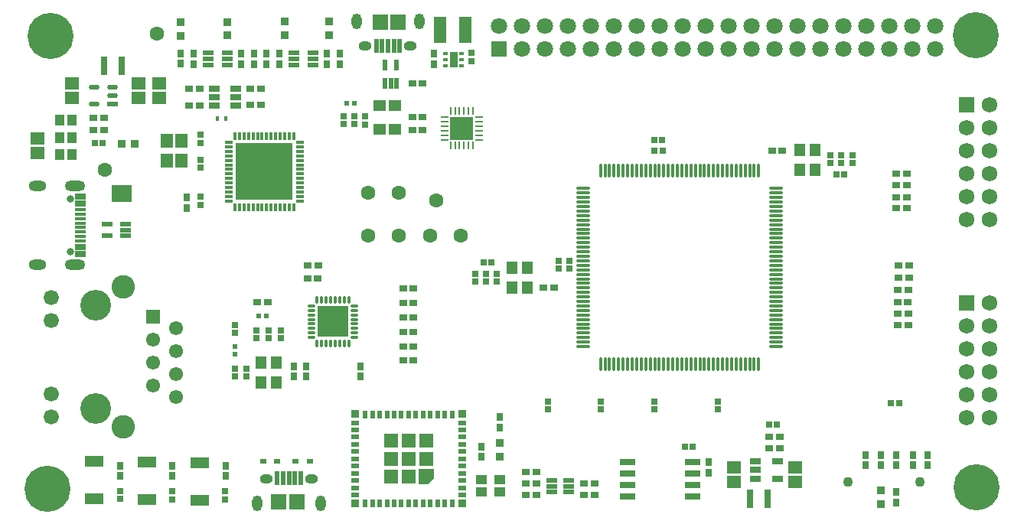
<source format=gts>
G04*
G04 #@! TF.GenerationSoftware,Altium Limited,Altium Designer,22.9.1 (49)*
G04*
G04 Layer_Color=8388736*
%FSLAX25Y25*%
%MOIN*%
G70*
G04*
G04 #@! TF.SameCoordinates,09DA8A7C-0E06-47C8-8122-5E973528E8BD*
G04*
G04*
G04 #@! TF.FilePolarity,Negative*
G04*
G01*
G75*
%ADD29R,0.02423X0.02254*%
%ADD36R,0.01772X0.01968*%
G04:AMPARAMS|DCode=51|XSize=9.42mil|YSize=35.67mil|CornerRadius=4.71mil|HoleSize=0mil|Usage=FLASHONLY|Rotation=90.000|XOffset=0mil|YOffset=0mil|HoleType=Round|Shape=RoundedRectangle|*
%AMROUNDEDRECTD51*
21,1,0.00942,0.02625,0,0,90.0*
21,1,0.00000,0.03567,0,0,90.0*
1,1,0.00942,0.01313,0.00000*
1,1,0.00942,0.01313,0.00000*
1,1,0.00942,-0.01313,0.00000*
1,1,0.00942,-0.01313,0.00000*
%
%ADD51ROUNDEDRECTD51*%
G04:AMPARAMS|DCode=52|XSize=35.67mil|YSize=9.42mil|CornerRadius=4.71mil|HoleSize=0mil|Usage=FLASHONLY|Rotation=90.000|XOffset=0mil|YOffset=0mil|HoleType=Round|Shape=RoundedRectangle|*
%AMROUNDEDRECTD52*
21,1,0.03567,0.00000,0,0,90.0*
21,1,0.02625,0.00942,0,0,90.0*
1,1,0.00942,0.00000,0.01313*
1,1,0.00942,0.00000,-0.01313*
1,1,0.00942,0.00000,-0.01313*
1,1,0.00942,0.00000,0.01313*
%
%ADD52ROUNDEDRECTD52*%
%ADD53R,0.00942X0.03567*%
%ADD65R,0.03740X0.06693*%
%ADD66R,0.01850X0.01575*%
%ADD69R,0.04745X0.02095*%
G04:AMPARAMS|DCode=70|XSize=47.45mil|YSize=20.95mil|CornerRadius=10.48mil|HoleSize=0mil|Usage=FLASHONLY|Rotation=180.000|XOffset=0mil|YOffset=0mil|HoleType=Round|Shape=RoundedRectangle|*
%AMROUNDEDRECTD70*
21,1,0.04745,0.00000,0,0,180.0*
21,1,0.02650,0.02095,0,0,180.0*
1,1,0.02095,-0.01325,0.00000*
1,1,0.02095,0.01325,0.00000*
1,1,0.02095,0.01325,0.00000*
1,1,0.02095,-0.01325,0.00000*
%
%ADD70ROUNDEDRECTD70*%
%ADD71R,0.02254X0.02423*%
%ADD72R,0.02953X0.03110*%
%ADD73R,0.03110X0.02953*%
%ADD74R,0.03543X0.02953*%
%ADD75R,0.04921X0.05709*%
%ADD76O,0.05906X0.01575*%
%ADD77O,0.01575X0.05906*%
%ADD78R,0.03740X0.03740*%
%ADD79R,0.02953X0.03543*%
%ADD80R,0.05315X0.04528*%
%ADD81R,0.06102X0.05709*%
%ADD82R,0.05118X0.02953*%
%ADD83R,0.07087X0.03150*%
%ADD84R,0.02953X0.08465*%
%ADD85R,0.04724X0.02362*%
%ADD86R,0.04921X0.03150*%
%ADD87O,0.01575X0.03740*%
%ADD88O,0.03740X0.01575*%
%ADD89R,0.24803X0.24803*%
%ADD90R,0.05315X0.06102*%
%ADD91R,0.04724X0.02165*%
%ADD92R,0.03740X0.02165*%
%ADD93R,0.02165X0.03740*%
%ADD94R,0.06299X0.06299*%
%ADD95R,0.03347X0.03347*%
%ADD96R,0.04528X0.04134*%
%ADD97R,0.13583X0.13583*%
%ADD98O,0.01378X0.03937*%
%ADD99O,0.03937X0.01378*%
%ADD100R,0.02165X0.04921*%
%ADD101R,0.10236X0.10236*%
%ADD102R,0.02480X0.07284*%
%ADD103R,0.06575X0.07284*%
%ADD104R,0.05079X0.01772*%
%ADD105R,0.05079X0.02953*%
%ADD106R,0.04921X0.02165*%
%ADD107R,0.08268X0.04528*%
%ADD108R,0.06706X0.06706*%
%ADD109R,0.02375X0.06115*%
%ADD110R,0.02835X0.02244*%
%ADD111C,0.06299*%
%ADD112R,0.05709X0.11221*%
%ADD113R,0.03740X0.03740*%
%ADD114R,0.04134X0.04528*%
%ADD115C,0.06791*%
%ADD116R,0.06791X0.06791*%
%ADD117C,0.04331*%
%ADD118C,0.20079*%
%ADD119C,0.03150*%
%ADD120O,0.08858X0.04528*%
%ADD121O,0.07677X0.04528*%
%ADD122O,0.05721X0.04147*%
%ADD123O,0.04343X0.06902*%
%ADD124C,0.07087*%
%ADD125R,0.07087X0.07087*%
%ADD126C,0.06095*%
%ADD127C,0.13386*%
%ADD128C,0.10217*%
%ADD129C,0.06614*%
%ADD130R,0.06095X0.06095*%
%ADD131C,0.02559*%
G36*
X172320Y66466D02*
X178816D01*
Y62569D01*
X176217Y59970D01*
X172320D01*
Y66466D01*
D02*
G37*
D29*
X144207Y225984D02*
D03*
X140832D02*
D03*
X102526Y133197D02*
D03*
X105900D02*
D03*
D36*
X88240Y219157D02*
D03*
X84500D02*
D03*
D51*
X183453Y210039D02*
D03*
Y212008D02*
D03*
Y213976D02*
D03*
Y215945D02*
D03*
Y217913D02*
D03*
Y219882D02*
D03*
X198437D02*
D03*
Y217913D02*
D03*
Y215945D02*
D03*
Y213976D02*
D03*
Y212008D02*
D03*
Y210039D02*
D03*
D52*
X186024Y222453D02*
D03*
X187992D02*
D03*
X189961D02*
D03*
X191929D02*
D03*
X193898D02*
D03*
X195866D02*
D03*
Y207468D02*
D03*
X193898D02*
D03*
X191929D02*
D03*
X189961D02*
D03*
X187992D02*
D03*
D53*
X186024D02*
D03*
D65*
X187380Y244954D02*
D03*
D66*
X190982Y247513D02*
D03*
Y244954D02*
D03*
Y242395D02*
D03*
X183778D02*
D03*
Y244954D02*
D03*
Y247513D02*
D03*
D69*
X38936Y225585D02*
D03*
D70*
Y229325D02*
D03*
Y233065D02*
D03*
X30665D02*
D03*
Y225585D02*
D03*
D71*
X92126Y116423D02*
D03*
Y119798D02*
D03*
D72*
X278268Y209842D02*
D03*
X274803D02*
D03*
X278346Y205118D02*
D03*
X274882D02*
D03*
X200394Y156693D02*
D03*
X203858D02*
D03*
X357638Y194882D02*
D03*
X354173D02*
D03*
X328268Y85827D02*
D03*
X324803D02*
D03*
X288032Y76378D02*
D03*
X291496D02*
D03*
X381372Y95332D02*
D03*
X377908D02*
D03*
X34606Y208651D02*
D03*
X31141D02*
D03*
D73*
X233071Y157244D02*
D03*
Y153779D02*
D03*
X237795D02*
D03*
Y157244D02*
D03*
X302652Y95980D02*
D03*
Y92516D02*
D03*
X274700Y95980D02*
D03*
Y92516D02*
D03*
X251471Y95980D02*
D03*
Y92516D02*
D03*
X228637Y95980D02*
D03*
Y92516D02*
D03*
X201575Y148110D02*
D03*
Y151575D02*
D03*
X206299Y148110D02*
D03*
Y151575D02*
D03*
X196850Y148110D02*
D03*
Y151575D02*
D03*
X139370Y220236D02*
D03*
Y216772D02*
D03*
X148763Y220216D02*
D03*
Y216751D02*
D03*
X144095Y216772D02*
D03*
Y220236D02*
D03*
X351575Y199843D02*
D03*
X356299Y203307D02*
D03*
Y199843D02*
D03*
X361024Y203307D02*
D03*
Y199843D02*
D03*
X351575Y203307D02*
D03*
X77165Y201339D02*
D03*
Y197874D02*
D03*
Y181732D02*
D03*
Y185197D02*
D03*
X77165Y208661D02*
D03*
Y212126D02*
D03*
X87927Y56850D02*
D03*
Y53386D02*
D03*
X42028Y57087D02*
D03*
Y53622D02*
D03*
X64961Y53386D02*
D03*
Y56850D02*
D03*
X195195Y247867D02*
D03*
Y244403D02*
D03*
X92126Y125827D02*
D03*
Y129291D02*
D03*
Y106929D02*
D03*
Y110394D02*
D03*
X97244D02*
D03*
Y106929D02*
D03*
X106733Y123600D02*
D03*
Y127065D02*
D03*
X112087Y127055D02*
D03*
Y123590D02*
D03*
X101460Y123607D02*
D03*
Y127072D02*
D03*
D74*
X231004Y145669D02*
D03*
X226476D02*
D03*
X169390Y220079D02*
D03*
X173917D02*
D03*
X169390Y214173D02*
D03*
X173917D02*
D03*
X326083Y205118D02*
D03*
X330610D02*
D03*
X329429Y75590D02*
D03*
X324902D02*
D03*
Y80709D02*
D03*
X329429D02*
D03*
X72244Y232283D02*
D03*
X76772D02*
D03*
X72244Y224803D02*
D03*
X76772D02*
D03*
X98819Y232283D02*
D03*
X103347D02*
D03*
X103445Y225197D02*
D03*
X98917D02*
D03*
X381299Y150000D02*
D03*
X385827D02*
D03*
X380906Y144488D02*
D03*
X385433D02*
D03*
X381201Y155118D02*
D03*
X385728D02*
D03*
X380709Y139370D02*
D03*
X385236D02*
D03*
X380807Y134252D02*
D03*
X385335D02*
D03*
X380906Y129134D02*
D03*
X385433D02*
D03*
X380315Y180315D02*
D03*
X384842D02*
D03*
X380315Y185039D02*
D03*
X384842D02*
D03*
X380315Y190157D02*
D03*
X384842D02*
D03*
X380315Y195276D02*
D03*
X384842D02*
D03*
X218898Y55118D02*
D03*
X223425D02*
D03*
X244193Y60236D02*
D03*
X248721D02*
D03*
X218898Y65354D02*
D03*
X223425D02*
D03*
X248721Y55118D02*
D03*
X244193D02*
D03*
X218898Y60236D02*
D03*
X223425D02*
D03*
X101969Y139370D02*
D03*
X106496D02*
D03*
X169390Y234646D02*
D03*
X173917D02*
D03*
X123721Y149606D02*
D03*
X128248D02*
D03*
X169980Y145276D02*
D03*
X165453D02*
D03*
X169980Y132677D02*
D03*
X165453D02*
D03*
X169980Y138976D02*
D03*
X165453D02*
D03*
X169980Y126378D02*
D03*
X165453D02*
D03*
X169980Y113779D02*
D03*
X165453D02*
D03*
X169980Y120079D02*
D03*
X165453D02*
D03*
X128347Y155118D02*
D03*
X123819D02*
D03*
X35096Y219754D02*
D03*
X30568D02*
D03*
X35096Y214308D02*
D03*
X30568D02*
D03*
D75*
X212874Y154331D02*
D03*
X219567D02*
D03*
X212874Y145669D02*
D03*
X219567D02*
D03*
X344882Y196850D02*
D03*
X338189D02*
D03*
X344882Y205512D02*
D03*
X338189D02*
D03*
X103546Y112991D02*
D03*
X110239D02*
D03*
X103546Y104329D02*
D03*
X110239D02*
D03*
D76*
X243701Y119882D02*
D03*
Y121850D02*
D03*
Y123819D02*
D03*
Y125787D02*
D03*
Y127756D02*
D03*
Y129724D02*
D03*
Y131693D02*
D03*
Y133661D02*
D03*
Y135630D02*
D03*
Y137598D02*
D03*
Y139567D02*
D03*
Y141535D02*
D03*
Y143504D02*
D03*
Y145472D02*
D03*
Y147441D02*
D03*
Y149409D02*
D03*
Y151378D02*
D03*
Y153347D02*
D03*
Y155315D02*
D03*
Y157283D02*
D03*
Y159252D02*
D03*
Y161221D02*
D03*
Y163189D02*
D03*
Y165157D02*
D03*
Y167126D02*
D03*
Y169095D02*
D03*
Y171063D02*
D03*
Y173031D02*
D03*
Y175000D02*
D03*
Y176969D02*
D03*
Y178937D02*
D03*
Y180905D02*
D03*
Y182874D02*
D03*
Y184843D02*
D03*
Y186811D02*
D03*
Y188779D02*
D03*
X327953D02*
D03*
Y186811D02*
D03*
Y184843D02*
D03*
Y182874D02*
D03*
Y180905D02*
D03*
Y178937D02*
D03*
Y176969D02*
D03*
Y175000D02*
D03*
Y173031D02*
D03*
Y171063D02*
D03*
Y169095D02*
D03*
Y167126D02*
D03*
Y165157D02*
D03*
Y163189D02*
D03*
Y161221D02*
D03*
Y159252D02*
D03*
Y157283D02*
D03*
Y155315D02*
D03*
Y153347D02*
D03*
Y151378D02*
D03*
Y149409D02*
D03*
Y147441D02*
D03*
Y145472D02*
D03*
Y143504D02*
D03*
Y141535D02*
D03*
Y139567D02*
D03*
Y137598D02*
D03*
Y135630D02*
D03*
Y133661D02*
D03*
Y131693D02*
D03*
Y129724D02*
D03*
Y127756D02*
D03*
Y125787D02*
D03*
Y123819D02*
D03*
Y121850D02*
D03*
Y119882D02*
D03*
D77*
X251378Y196457D02*
D03*
X253346D02*
D03*
X255315D02*
D03*
X257283D02*
D03*
X259252D02*
D03*
X261221D02*
D03*
X263189D02*
D03*
X265158D02*
D03*
X267126D02*
D03*
X269094D02*
D03*
X271063D02*
D03*
X273031D02*
D03*
X275000D02*
D03*
X276969D02*
D03*
X278937D02*
D03*
X280906D02*
D03*
X282874D02*
D03*
X284842D02*
D03*
X286811D02*
D03*
X288779D02*
D03*
X290748D02*
D03*
X292717D02*
D03*
X294685D02*
D03*
X296654D02*
D03*
X298622D02*
D03*
X300591D02*
D03*
X302559D02*
D03*
X304528D02*
D03*
X306496D02*
D03*
X308465D02*
D03*
X310433D02*
D03*
X312402D02*
D03*
X314370D02*
D03*
X316339D02*
D03*
X318307D02*
D03*
X320276D02*
D03*
Y112205D02*
D03*
X318307D02*
D03*
X316339D02*
D03*
X314370D02*
D03*
X312402D02*
D03*
X310433D02*
D03*
X308465D02*
D03*
X306496D02*
D03*
X304528D02*
D03*
X302559D02*
D03*
X300591D02*
D03*
X298622D02*
D03*
X296654D02*
D03*
X294685D02*
D03*
X292717D02*
D03*
X290748D02*
D03*
X288779D02*
D03*
X286811D02*
D03*
X284842D02*
D03*
X282874D02*
D03*
X280906D02*
D03*
X278937D02*
D03*
X276969D02*
D03*
X275000D02*
D03*
X273031D02*
D03*
X271063D02*
D03*
X269094D02*
D03*
X267126D02*
D03*
X265158D02*
D03*
X263189D02*
D03*
X261221D02*
D03*
X259252D02*
D03*
X257283D02*
D03*
X255315D02*
D03*
X253346D02*
D03*
X251378D02*
D03*
D78*
X373622Y57284D02*
D03*
Y51378D02*
D03*
X88976Y261417D02*
D03*
Y255512D02*
D03*
X68504Y255315D02*
D03*
Y261221D02*
D03*
X113779Y261614D02*
D03*
Y255709D02*
D03*
X133071D02*
D03*
Y261614D02*
D03*
X207480Y72047D02*
D03*
Y77953D02*
D03*
D79*
X380315Y52067D02*
D03*
Y56595D02*
D03*
X393701Y72736D02*
D03*
Y68209D02*
D03*
X380315D02*
D03*
Y72736D02*
D03*
X373622Y68209D02*
D03*
Y72736D02*
D03*
X387402Y68209D02*
D03*
Y72736D02*
D03*
X366929Y68209D02*
D03*
Y72736D02*
D03*
X298425Y69587D02*
D03*
Y65059D02*
D03*
X94882Y243012D02*
D03*
Y247539D02*
D03*
X100394D02*
D03*
Y243012D02*
D03*
X68504Y247638D02*
D03*
Y243110D02*
D03*
X74016Y243012D02*
D03*
Y247539D02*
D03*
X105905Y247539D02*
D03*
Y243012D02*
D03*
X111417D02*
D03*
Y247539D02*
D03*
X132283Y243012D02*
D03*
Y247539D02*
D03*
X137795D02*
D03*
Y243012D02*
D03*
X71260Y180413D02*
D03*
Y184941D02*
D03*
X207480Y84646D02*
D03*
Y89173D02*
D03*
X199377Y71763D02*
D03*
Y76290D02*
D03*
X178740Y247441D02*
D03*
Y242913D02*
D03*
X64961Y63484D02*
D03*
Y68012D02*
D03*
X88026Y63484D02*
D03*
Y68012D02*
D03*
X146850Y106791D02*
D03*
Y111319D02*
D03*
X123228Y106791D02*
D03*
Y111319D02*
D03*
X42126Y63484D02*
D03*
Y68012D02*
D03*
X117717Y106791D02*
D03*
Y111319D02*
D03*
D80*
X155090Y224792D02*
D03*
X161783D02*
D03*
X155090Y214556D02*
D03*
X161783D02*
D03*
D81*
X336221Y61024D02*
D03*
Y67323D02*
D03*
X309449Y61024D02*
D03*
Y67323D02*
D03*
X6299Y204331D02*
D03*
Y210630D02*
D03*
X59055Y228346D02*
D03*
Y234646D02*
D03*
X50000D02*
D03*
Y228346D02*
D03*
X21256Y234646D02*
D03*
Y228346D02*
D03*
D82*
X328543Y69882D02*
D03*
Y62402D02*
D03*
X318701D02*
D03*
Y66142D02*
D03*
Y69882D02*
D03*
D83*
X291339Y69705D02*
D03*
Y64705D02*
D03*
Y59705D02*
D03*
Y54705D02*
D03*
X262992D02*
D03*
Y59705D02*
D03*
Y64705D02*
D03*
Y69705D02*
D03*
D84*
X324016Y53543D02*
D03*
X316535D02*
D03*
X42717Y242126D02*
D03*
X35236D02*
D03*
D85*
X80413Y242717D02*
D03*
Y245276D02*
D03*
Y247835D02*
D03*
X88681D02*
D03*
Y245276D02*
D03*
Y242717D02*
D03*
X126083Y242717D02*
D03*
Y245276D02*
D03*
Y247835D02*
D03*
X117815D02*
D03*
Y245276D02*
D03*
Y242717D02*
D03*
D86*
X83111Y224928D02*
D03*
Y228668D02*
D03*
Y232408D02*
D03*
X92560D02*
D03*
Y228668D02*
D03*
Y224928D02*
D03*
D87*
X117757Y211661D02*
D03*
X115789D02*
D03*
X113820D02*
D03*
X111852D02*
D03*
X109883D02*
D03*
X107915D02*
D03*
X117757Y180559D02*
D03*
X115789D02*
D03*
X113820D02*
D03*
X111852D02*
D03*
X109883D02*
D03*
X105946Y211661D02*
D03*
X102009D02*
D03*
X100041D02*
D03*
X98072D02*
D03*
X96104D02*
D03*
X94135D02*
D03*
X92167D02*
D03*
X103978D02*
D03*
X107915Y180559D02*
D03*
X105946D02*
D03*
X103978D02*
D03*
X102009D02*
D03*
X100041D02*
D03*
X98072D02*
D03*
X96104D02*
D03*
X94135D02*
D03*
X92167D02*
D03*
D88*
X120513Y208905D02*
D03*
Y206937D02*
D03*
Y204968D02*
D03*
Y203000D02*
D03*
Y201031D02*
D03*
Y199063D02*
D03*
Y197094D02*
D03*
Y195126D02*
D03*
Y193157D02*
D03*
Y191189D02*
D03*
Y189220D02*
D03*
Y187252D02*
D03*
Y185283D02*
D03*
Y183315D02*
D03*
X89411Y208905D02*
D03*
Y206937D02*
D03*
Y204968D02*
D03*
Y203000D02*
D03*
Y201031D02*
D03*
Y199063D02*
D03*
Y197094D02*
D03*
Y195126D02*
D03*
Y193157D02*
D03*
Y191189D02*
D03*
Y189220D02*
D03*
Y187252D02*
D03*
Y185283D02*
D03*
Y183315D02*
D03*
D89*
X104962Y196110D02*
D03*
D90*
X62595Y209449D02*
D03*
X68894D02*
D03*
X62595Y200787D02*
D03*
X68894D02*
D03*
D91*
X230118Y61614D02*
D03*
Y59055D02*
D03*
Y56496D02*
D03*
X237598D02*
D03*
Y59055D02*
D03*
Y61614D02*
D03*
D92*
X191021Y55246D02*
D03*
Y58395D02*
D03*
Y61545D02*
D03*
Y64695D02*
D03*
Y67844D02*
D03*
Y70994D02*
D03*
Y74143D02*
D03*
Y77293D02*
D03*
Y80443D02*
D03*
Y83592D02*
D03*
Y86742D02*
D03*
X144564D02*
D03*
Y83592D02*
D03*
Y80443D02*
D03*
Y77293D02*
D03*
Y74143D02*
D03*
Y70994D02*
D03*
Y67844D02*
D03*
Y64695D02*
D03*
Y61545D02*
D03*
Y58395D02*
D03*
Y55246D02*
D03*
D93*
X186690Y90285D02*
D03*
X183540D02*
D03*
X180391D02*
D03*
X177241D02*
D03*
X174091D02*
D03*
X170942D02*
D03*
X167792D02*
D03*
X164643D02*
D03*
X161493D02*
D03*
X158343D02*
D03*
X155194D02*
D03*
X152044D02*
D03*
X148895D02*
D03*
Y51702D02*
D03*
X152044D02*
D03*
X155194D02*
D03*
X158343D02*
D03*
X161493D02*
D03*
X164643D02*
D03*
X167792D02*
D03*
X170942D02*
D03*
X174091D02*
D03*
X177241D02*
D03*
X180391D02*
D03*
X183540D02*
D03*
X186690D02*
D03*
D94*
X167792Y70994D02*
D03*
X160017Y63218D02*
D03*
X167792D02*
D03*
X175568Y70994D02*
D03*
Y78769D02*
D03*
X167792D02*
D03*
X160017D02*
D03*
Y70994D02*
D03*
D95*
X191217Y51506D02*
D03*
Y90482D02*
D03*
X144367D02*
D03*
Y51506D02*
D03*
D96*
X199497Y56551D02*
D03*
Y61866D02*
D03*
X207470Y56476D02*
D03*
Y61791D02*
D03*
D97*
X134826Y130764D02*
D03*
D98*
X127936Y121413D02*
D03*
X129904D02*
D03*
X131873D02*
D03*
X133841D02*
D03*
X135810D02*
D03*
X137778D02*
D03*
X139747D02*
D03*
X141715D02*
D03*
Y140114D02*
D03*
X139747D02*
D03*
X137778D02*
D03*
X135810D02*
D03*
X133841D02*
D03*
X131873D02*
D03*
X129904D02*
D03*
X127936D02*
D03*
D99*
X144176Y123874D02*
D03*
Y125842D02*
D03*
Y127811D02*
D03*
Y129780D02*
D03*
Y131748D02*
D03*
Y133716D02*
D03*
Y135685D02*
D03*
Y137654D02*
D03*
X125475D02*
D03*
Y135685D02*
D03*
Y133716D02*
D03*
Y131748D02*
D03*
Y129780D02*
D03*
Y127811D02*
D03*
Y125842D02*
D03*
Y123874D02*
D03*
D100*
X157480Y234646D02*
D03*
X160039D02*
D03*
X162598D02*
D03*
Y242520D02*
D03*
X157480D02*
D03*
D101*
X190945Y214961D02*
D03*
D102*
X39370Y186614D02*
D03*
D103*
X43898D02*
D03*
D104*
X24740Y171778D02*
D03*
Y173746D02*
D03*
Y169809D02*
D03*
Y175715D02*
D03*
Y167841D02*
D03*
Y177683D02*
D03*
Y165872D02*
D03*
Y179652D02*
D03*
D105*
Y185360D02*
D03*
Y182211D02*
D03*
Y163313D02*
D03*
Y160163D02*
D03*
D106*
X36614Y168110D02*
D03*
Y173228D02*
D03*
X44488D02*
D03*
Y170669D02*
D03*
Y168110D02*
D03*
D107*
X76970Y52987D02*
D03*
Y69325D02*
D03*
X30985Y53430D02*
D03*
Y69769D02*
D03*
X53981Y69491D02*
D03*
Y53152D02*
D03*
D108*
X119190Y52131D02*
D03*
X111316D02*
D03*
X155337Y261264D02*
D03*
X163211D02*
D03*
D109*
X120844Y62485D02*
D03*
X115725D02*
D03*
X118284D02*
D03*
X113166D02*
D03*
X110607D02*
D03*
X153683Y250910D02*
D03*
X158801D02*
D03*
X156242D02*
D03*
X161360D02*
D03*
X163919D02*
D03*
D110*
X124705Y70079D02*
D03*
X118602D02*
D03*
X104429D02*
D03*
X110531D02*
D03*
D111*
X179921Y183465D02*
D03*
X35433Y196850D02*
D03*
X58268Y256299D02*
D03*
X150000Y187008D02*
D03*
X177034Y168110D02*
D03*
X190551D02*
D03*
X150000D02*
D03*
X163517D02*
D03*
X163386Y187008D02*
D03*
D112*
X181475Y257826D02*
D03*
X192498D02*
D03*
D113*
X48622Y208268D02*
D03*
X42717D02*
D03*
D114*
X21161Y218504D02*
D03*
X15846D02*
D03*
Y211024D02*
D03*
X21161D02*
D03*
X15846Y203543D02*
D03*
X21161D02*
D03*
D115*
X420866Y175197D02*
D03*
X410866D02*
D03*
X420866Y185197D02*
D03*
X410866D02*
D03*
X420866Y195197D02*
D03*
X410866D02*
D03*
X420866Y205197D02*
D03*
X410866D02*
D03*
X420866Y215197D02*
D03*
X410866D02*
D03*
X420866Y225197D02*
D03*
Y88976D02*
D03*
X410866D02*
D03*
X420866Y98976D02*
D03*
X410866D02*
D03*
X420866Y108976D02*
D03*
X410866D02*
D03*
X420866Y118976D02*
D03*
X410866D02*
D03*
X420866Y128976D02*
D03*
X410866D02*
D03*
X420866Y138976D02*
D03*
D116*
X410866Y225197D02*
D03*
Y138976D02*
D03*
D117*
X359145Y61027D02*
D03*
X390641D02*
D03*
D118*
X415161Y58518D02*
D03*
X414961Y255512D02*
D03*
X11667Y255312D02*
D03*
X10486Y58068D02*
D03*
D119*
X20527Y161384D02*
D03*
Y184140D02*
D03*
D120*
X22496Y189770D02*
D03*
Y155754D02*
D03*
D121*
X6039Y189770D02*
D03*
Y155754D02*
D03*
D122*
X105883Y62406D02*
D03*
X125568D02*
D03*
X168644Y250989D02*
D03*
X148959D02*
D03*
D123*
X101946Y51737D02*
D03*
X129466D02*
D03*
X172581Y261658D02*
D03*
X145061D02*
D03*
D124*
X397244Y259606D02*
D03*
Y249606D02*
D03*
X387244Y259606D02*
D03*
Y249606D02*
D03*
X377244Y259606D02*
D03*
Y249606D02*
D03*
X367244Y259606D02*
D03*
Y249606D02*
D03*
X357244Y259606D02*
D03*
Y249606D02*
D03*
X347244Y259606D02*
D03*
Y249606D02*
D03*
X337244Y259606D02*
D03*
Y249606D02*
D03*
X327244Y259606D02*
D03*
Y249606D02*
D03*
X317244Y259606D02*
D03*
Y249606D02*
D03*
X307244Y259606D02*
D03*
Y249606D02*
D03*
X297244Y259606D02*
D03*
Y249606D02*
D03*
X287244Y259606D02*
D03*
Y249606D02*
D03*
X277244Y259606D02*
D03*
Y249606D02*
D03*
X267244Y259606D02*
D03*
Y249606D02*
D03*
X257244Y259606D02*
D03*
Y249606D02*
D03*
X247244Y259606D02*
D03*
Y249606D02*
D03*
X237244Y259606D02*
D03*
Y249606D02*
D03*
X227244Y259606D02*
D03*
Y249606D02*
D03*
X217244Y259606D02*
D03*
Y249606D02*
D03*
X207244Y259606D02*
D03*
D125*
Y249606D02*
D03*
D126*
X66496Y117815D02*
D03*
Y97815D02*
D03*
X56496Y102815D02*
D03*
X66496Y107815D02*
D03*
X56496Y112815D02*
D03*
Y122815D02*
D03*
X66496Y127815D02*
D03*
D127*
X31496Y137795D02*
D03*
Y92795D02*
D03*
D128*
X43504Y84803D02*
D03*
Y145787D02*
D03*
D129*
X12205Y99213D02*
D03*
Y89213D02*
D03*
Y131378D02*
D03*
Y141378D02*
D03*
D130*
X56496Y132815D02*
D03*
D131*
X134826Y130764D02*
D03*
X130495Y126433D02*
D03*
Y130764D02*
D03*
Y135094D02*
D03*
X134826Y126433D02*
D03*
Y135094D02*
D03*
X139156Y126433D02*
D03*
Y130764D02*
D03*
Y135094D02*
D03*
M02*

</source>
